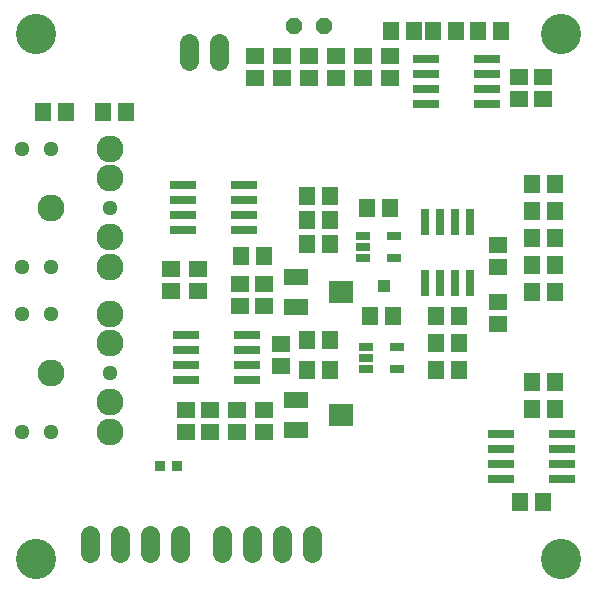
<source format=gts>
G75*
G70*
%OFA0B0*%
%FSLAX24Y24*%
%IPPOS*%
%LPD*%
%AMOC8*
5,1,8,0,0,1.08239X$1,22.5*
%
%ADD10R,0.0631X0.0552*%
%ADD11R,0.0552X0.0631*%
%ADD12R,0.0827X0.0552*%
%ADD13R,0.0827X0.0749*%
%ADD14C,0.0900*%
%ADD15C,0.0512*%
%ADD16R,0.0906X0.0276*%
%ADD17OC8,0.0560*%
%ADD18R,0.0276X0.0906*%
%ADD19C,0.0640*%
%ADD20C,0.1340*%
%ADD21R,0.0355X0.0355*%
%ADD22R,0.0512X0.0276*%
%ADD23R,0.0434X0.0434*%
D10*
X007199Y005649D03*
X007999Y005649D03*
X007999Y006397D03*
X007199Y006397D03*
X008899Y006397D03*
X008899Y005649D03*
X009799Y005649D03*
X009799Y006397D03*
X010349Y007849D03*
X010349Y008597D03*
X009799Y009849D03*
X009799Y010597D03*
X008999Y010597D03*
X008999Y009849D03*
X007599Y010349D03*
X007599Y011097D03*
X006699Y011097D03*
X006699Y010349D03*
X009499Y017449D03*
X009499Y018197D03*
X010399Y018197D03*
X010399Y017449D03*
X011299Y017449D03*
X011299Y018197D03*
X012199Y018197D03*
X012199Y017449D03*
X013099Y017449D03*
X013099Y018197D03*
X013999Y018197D03*
X013999Y017449D03*
X018299Y017497D03*
X018299Y016749D03*
X019099Y016749D03*
X019099Y017497D03*
X017599Y011897D03*
X017599Y011149D03*
X017599Y009997D03*
X017599Y009249D03*
D11*
X018725Y010323D03*
X019473Y010323D03*
X019473Y011223D03*
X018725Y011223D03*
X018725Y012123D03*
X019473Y012123D03*
X019473Y013023D03*
X018725Y013023D03*
X018725Y013923D03*
X019473Y013923D03*
X016273Y009523D03*
X015525Y009523D03*
X015525Y008623D03*
X016273Y008623D03*
X016273Y007723D03*
X015525Y007723D03*
X014073Y009523D03*
X013325Y009523D03*
X011973Y008723D03*
X011225Y008723D03*
X011225Y007723D03*
X011973Y007723D03*
X009773Y011523D03*
X009025Y011523D03*
X011225Y011923D03*
X011973Y011923D03*
X011973Y012723D03*
X011225Y012723D03*
X011225Y013523D03*
X011973Y013523D03*
X013225Y013123D03*
X013973Y013123D03*
X014025Y019023D03*
X014773Y019023D03*
X015425Y019023D03*
X016173Y019023D03*
X016925Y019023D03*
X017673Y019023D03*
X018725Y007323D03*
X019473Y007323D03*
X019473Y006423D03*
X018725Y006423D03*
X019073Y003323D03*
X018325Y003323D03*
X005173Y016323D03*
X004425Y016323D03*
X003173Y016323D03*
X002425Y016323D03*
D12*
X010851Y010823D03*
X010851Y009823D03*
X010851Y006723D03*
X010851Y005723D03*
D13*
X012347Y006223D03*
X012347Y010323D03*
D14*
X004668Y009591D03*
X004668Y008607D03*
X004668Y006638D03*
X004668Y005654D03*
X002699Y007623D03*
X004668Y011154D03*
X004668Y012138D03*
X004668Y014107D03*
X004668Y015091D03*
X002699Y013123D03*
D15*
X002699Y015091D03*
X001715Y015091D03*
X004668Y013123D03*
X002699Y011154D03*
X001715Y011154D03*
X001715Y009591D03*
X002699Y009591D03*
X004668Y007623D03*
X002699Y005654D03*
X001715Y005654D03*
D16*
X007175Y007373D03*
X007175Y007873D03*
X007175Y008373D03*
X007175Y008873D03*
X009223Y008873D03*
X009223Y008373D03*
X009223Y007873D03*
X009223Y007373D03*
X009123Y012373D03*
X009123Y012873D03*
X009123Y013373D03*
X009123Y013873D03*
X007075Y013873D03*
X007075Y013373D03*
X007075Y012873D03*
X007075Y012373D03*
X015175Y016573D03*
X015175Y017073D03*
X015175Y017573D03*
X015175Y018073D03*
X017223Y018073D03*
X017223Y017573D03*
X017223Y017073D03*
X017223Y016573D03*
X017675Y005573D03*
X017675Y005073D03*
X017675Y004573D03*
X017675Y004073D03*
X019723Y004073D03*
X019723Y004573D03*
X019723Y005073D03*
X019723Y005573D03*
D17*
X011799Y019173D03*
X010799Y019173D03*
D18*
X015149Y012646D03*
X015649Y012646D03*
X016149Y012646D03*
X016649Y012646D03*
X016649Y010599D03*
X016149Y010599D03*
X015649Y010599D03*
X015149Y010599D03*
D19*
X008299Y018023D02*
X008299Y018623D01*
X007299Y018623D02*
X007299Y018023D01*
X006999Y002223D02*
X006999Y001623D01*
X005999Y001623D02*
X005999Y002223D01*
X004999Y002223D02*
X004999Y001623D01*
X003999Y001623D02*
X003999Y002223D01*
X008399Y002223D02*
X008399Y001623D01*
X009399Y001623D02*
X009399Y002223D01*
X010399Y002223D02*
X010399Y001623D01*
X011399Y001623D02*
X011399Y002223D01*
D20*
X002199Y001423D03*
X019699Y001423D03*
X019699Y018923D03*
X002199Y018923D03*
D21*
X006304Y004523D03*
X006894Y004523D03*
D22*
X013185Y007749D03*
X013185Y008123D03*
X013185Y008497D03*
X014213Y008497D03*
X014213Y007749D03*
X014113Y011449D03*
X014113Y012197D03*
X013085Y012197D03*
X013085Y011823D03*
X013085Y011449D03*
D23*
X013799Y010523D03*
M02*

</source>
